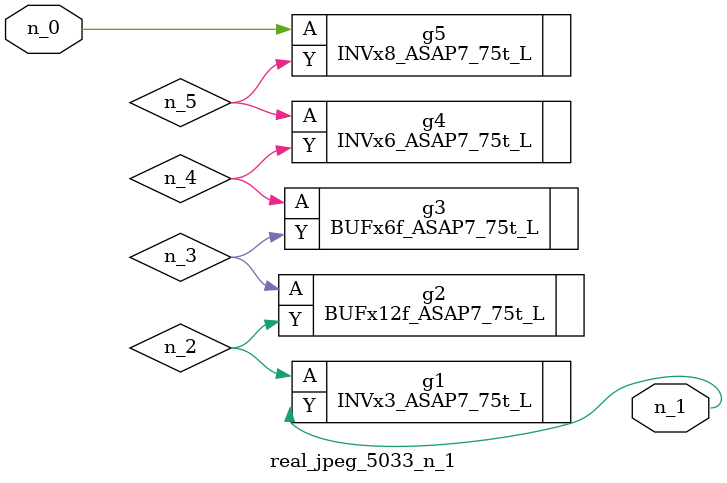
<source format=v>
module real_jpeg_5033_n_1 (n_0, n_1);

input n_0;

output n_1;

wire n_5;
wire n_4;
wire n_2;
wire n_3;

INVx8_ASAP7_75t_L g5 ( 
.A(n_0),
.Y(n_5)
);

INVx3_ASAP7_75t_L g1 ( 
.A(n_2),
.Y(n_1)
);

BUFx12f_ASAP7_75t_L g2 ( 
.A(n_3),
.Y(n_2)
);

BUFx6f_ASAP7_75t_L g3 ( 
.A(n_4),
.Y(n_3)
);

INVx6_ASAP7_75t_L g4 ( 
.A(n_5),
.Y(n_4)
);


endmodule
</source>
